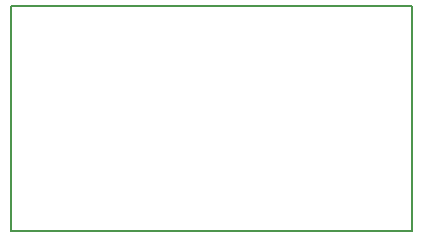
<source format=gbr>
G04 #@! TF.GenerationSoftware,KiCad,Pcbnew,9.0.0*
G04 #@! TF.CreationDate,2025-08-10T20:52:22-04:00*
G04 #@! TF.ProjectId,CBM-2332-MultiROM,43424d2d-3233-4333-922d-4d756c746952,rev?*
G04 #@! TF.SameCoordinates,Original*
G04 #@! TF.FileFunction,Profile,NP*
%FSLAX46Y46*%
G04 Gerber Fmt 4.6, Leading zero omitted, Abs format (unit mm)*
G04 Created by KiCad (PCBNEW 9.0.0) date 2025-08-10 20:52:22*
%MOMM*%
%LPD*%
G01*
G04 APERTURE LIST*
G04 #@! TA.AperFunction,Profile*
%ADD10C,0.150000*%
G04 #@! TD*
G04 APERTURE END LIST*
D10*
X113004600Y-78054200D02*
X146964400Y-78054200D01*
X146964400Y-97129600D01*
X113004600Y-97129600D01*
X113004600Y-78054200D01*
M02*

</source>
